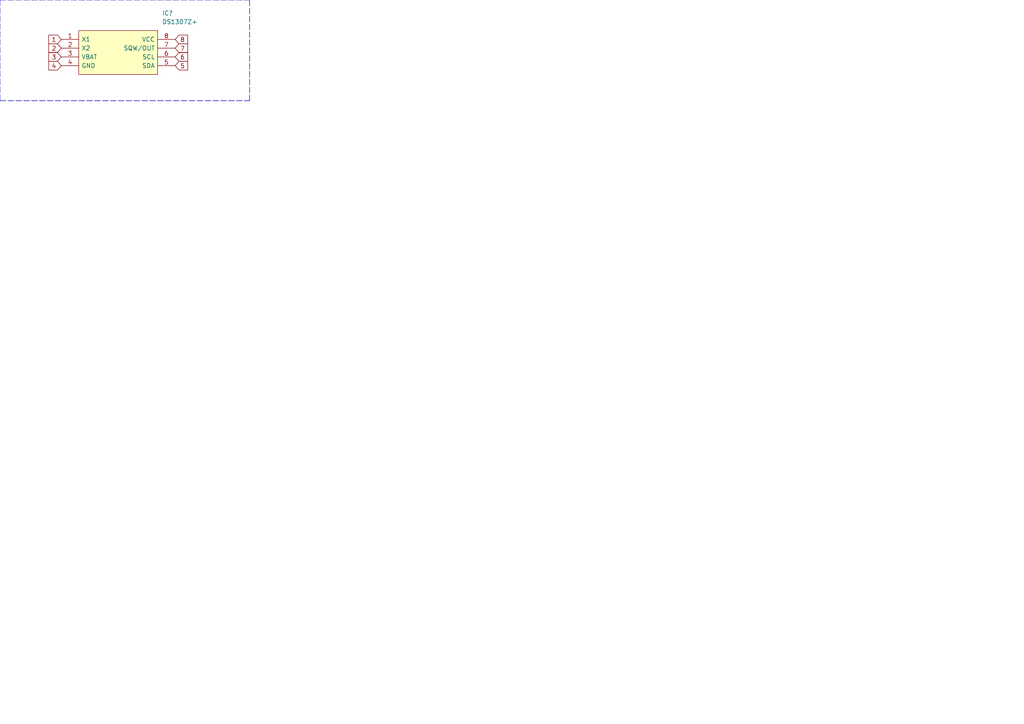
<source format=kicad_sch>
(kicad_sch (version 20201015) (generator eeschema)
  (paper "A4")
  (lib_symbols
    (symbol "ebaz4205:DS1307Z+" (pin_names (offset 0.762))
      (property "Reference" "IC" (at 29.21 7.62 0))
      (property "Value" "DS1307Z+" (at 29.21 5.08 0))
      (symbol "DS1307Z+_0_0"
        (pin passive line (at 0 0 0) (length 5.08) (name "X1") (number "1"))
        (pin passive line (at 0 -2.54 0) (length 5.08) (name "X2") (number "2"))
        (pin passive line (at 0 -5.08 0) (length 5.08) (name "VBAT") (number "3"))
        (pin passive line (at 0 -7.62 0) (length 5.08) (name "GND") (number "4"))
        (pin passive line (at 33.02 0 180) (length 5.08) (name "VCC") (number "8"))
        (pin passive line (at 33.02 -2.54 180) (length 5.08) (name "SQW/OUT") (number "7"))
        (pin passive line (at 33.02 -5.08 180) (length 5.08) (name "SCL") (number "6"))
        (pin passive line (at 33.02 -7.62 180) (length 5.08) (name "SDA") (number "5"))
      )
      (symbol "DS1307Z+_0_1"
        (polyline (pts (xy 5.08 2.54) (xy 27.94 2.54) (xy 27.94 -10.16) (xy 5.08 -10.16) (xy 5.08 2.54)) (stroke (width 0.1524)) (fill (type background)))
      )
    )
  )
  (polyline (pts (xy 0 0) (xy 0 29.21)) (stroke (width 0) (type dash)))
  (polyline (pts (xy 0 0) (xy 72.39 0)) (stroke (width 0) (type dash)))
  (polyline (pts (xy 0 29.21) (xy 72.39 29.21)) (stroke (width 0) (type dash)))
  (polyline (pts (xy 72.39 29.21) (xy 72.39 0)) (stroke (width 0) (type dash)))
  (text "D X3\nF .*\nV .*" (at 0 0 0) (effects (font (size 1.27 1.27)) (justify left bottom)))
  (global_label "1" (shape input) (at 17.78 11.43 180) (property "Intersheet References" "${INTERSHEET_REFS}" (effects hide)))
  (global_label "2" (shape input) (at 17.78 13.97 180) (property "Intersheet References" "${INTERSHEET_REFS}" (effects hide)))
  (global_label "3" (shape input) (at 17.78 16.51 180) (property "Intersheet References" "${INTERSHEET_REFS}" (effects hide)))
  (global_label "4" (shape input) (at 17.78 19.05 180) (property "Intersheet References" "${INTERSHEET_REFS}" (effects hide)))
  (global_label "8" (shape input) (at 50.8 11.43 0) (property "Intersheet References" "${INTERSHEET_REFS}" (effects hide)))
  (global_label "7" (shape input) (at 50.8 13.97 0) (property "Intersheet References" "${INTERSHEET_REFS}" (effects hide)))
  (global_label "6" (shape input) (at 50.8 16.51 0) (property "Intersheet References" "${INTERSHEET_REFS}" (effects hide)))
  (global_label "5" (shape input) (at 50.8 19.05 0) (property "Intersheet References" "${INTERSHEET_REFS}" (effects hide)))
  (symbol (lib_id "ebaz4205:DS1307Z+") (at 17.78 11.43 0) (unit 1)
    (property "Reference" "IC?" (at 46.99 3.81 0) (effects (justify left)))
    (property "Value" "DS1307Z+" (at 46.99 6.35 0) (effects (justify left)))
    (property "Footprint" "SOIC127P600X175-8N" (effects hide))
    (property "Datasheet" "http://datasheets.maximintegrated.com/en/ds/DS1307.pdf" (effects hide))
    (property "Description" "DS1307Z+, Real Time Clock, Alarm, Calendar, Clock, 56B RAM, I2C, 5V, 8-Pin SOIC" (effects hide))
    (property "Height" "1.75" (effects hide))
    (property "Manufacturer_Name" "Maxim Integrated" (effects hide))
    (property "Manufacturer_Part_Number" "DS1307Z+" (effects hide))
    (property "Mouser Part Number" "700-DS1307Z" (effects hide))
    (property "Mouser Price/Stock" "https://www.mouser.co.uk/ProductDetail/Maxim-Integrated/DS1307Z%2b/?qs=0Y9aZN%252BMVCUvNDMAh9aCtw%3D%3D" (effects hide))
  )
)
</source>
